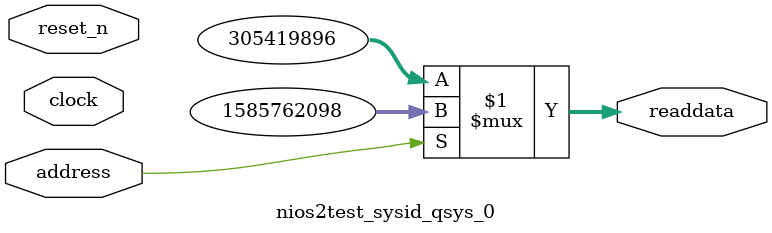
<source format=v>



// synthesis translate_off
`timescale 1ns / 1ps
// synthesis translate_on

// turn off superfluous verilog processor warnings 
// altera message_level Level1 
// altera message_off 10034 10035 10036 10037 10230 10240 10030 

module nios2test_sysid_qsys_0 (
               // inputs:
                address,
                clock,
                reset_n,

               // outputs:
                readdata
             )
;

  output  [ 31: 0] readdata;
  input            address;
  input            clock;
  input            reset_n;

  wire    [ 31: 0] readdata;
  //control_slave, which is an e_avalon_slave
  assign readdata = address ? 1585762098 : 305419896;

endmodule



</source>
